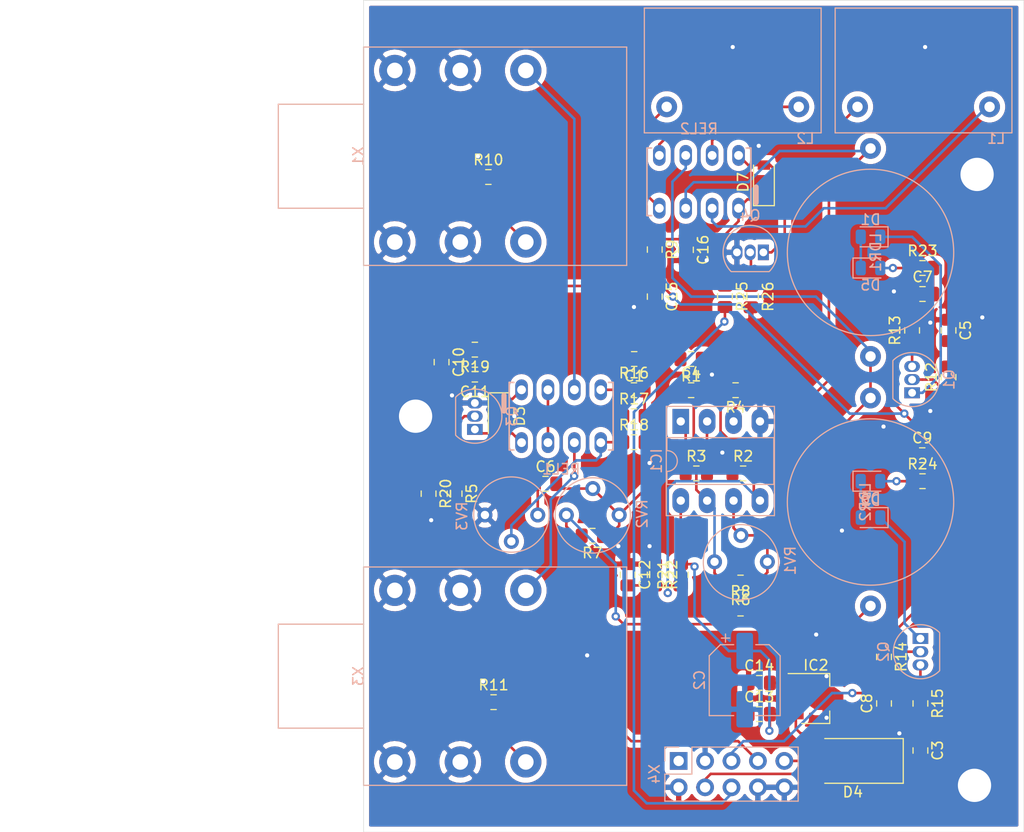
<source format=kicad_pcb>
(kicad_pcb (version 20171130) (host pcbnew 5.1.5)
  (layers (0 F.Cu signal) (31 B.Cu signal) (34 B.Paste user) (35 F.Paste user) (36 B.SilkS user hide) (37 F.SilkS user hide) (38 B.Mask user) (39 F.Mask user) (44 Edge.Cuts user))
  (net 0 "")
  (net 1 /Bypass/FX_Send)
  (net 2 /in_dc)
  (net 3 GND)
  (net 4 /VDDa)
  (net 5 /q)
  (net 6 "Net-(C4-Pad1)")
  (net 7 /PWM_Q)
  (net 8 "Net-(C6-Pad2)")
  (net 9 "Net-(C6-Pad1)")
  (net 10 /PWM_Wah)
  (net 11 /Bypass/relais_p)
  (net 12 /Vref)
  (net 13 "Net-(D1-Pad2)")
  (net 14 "Net-(D1-Pad1)")
  (net 15 "Net-(D2-Pad2)")
  (net 16 "Net-(D2-Pad1)")
  (net 17 /Bypass/relais_n)
  (net 18 "Net-(D4-Pad2)")
  (net 19 "Net-(D5-Pad2)")
  (net 20 "Net-(D6-Pad2)")
  (net 21 "Net-(IC1-Pad3)")
  (net 22 "Net-(IC1-Pad6)")
  (net 23 "Net-(IC1-Pad2)")
  (net 24 /bypass_n)
  (net 25 "Net-(L1-Pad2)")
  (net 26 "Net-(L1-Pad1)")
  (net 27 "Net-(L2-Pad2)")
  (net 28 "Net-(L2-Pad1)")
  (net 29 /wah)
  (net 30 "Net-(Q1-Pad3)")
  (net 31 "Net-(Q1-Pad2)")
  (net 32 "Net-(Q2-Pad3)")
  (net 33 "Net-(Q2-Pad2)")
  (net 34 "Net-(R10-Pad2)")
  (net 35 "Net-(R11-Pad2)")
  (net 36 GNDA)
  (net 37 /Bypass/bypass)
  (net 38 /out)
  (net 39 /Bypass/Loop_Out)
  (net 40 /Bypass/Loop_In)
  (net 41 "Net-(Q3-Pad2)")
  (net 42 /Inductor/relais_p)
  (net 43 /Inductor/relais_n)
  (net 44 "Net-(Q4-Pad2)")
  (net 45 /Fasel)
  (net 46 /+9V)
  (module Potentiometer_THT:Potentiometer_Vishay_T7-YA_Single_Vertical (layer B.Cu) (at 133.75 124 90)
    (fp_text reference RV1 (at 0.11 7.29 90) (layer B.SilkS) (effects (justify mirror)))
    (fp_text value 470k)
    (pad 1 thru_hole circle (at 0 0 90) (size 1.44 1.44) (drill 0.8) (layers *.Cu *.Mask) (net 6 "Net-(C4-Pad1)"))
    (pad 2 thru_hole circle (at 2.54 2.54 90) (size 1.44 1.44) (drill 0.8) (layers *.Cu *.Mask) (net 22 "Net-(IC1-Pad6)"))
    (pad 3 thru_hole circle (at 0 5.08 90) (size 1.44 1.44) (drill 0.8) (layers *.Cu *.Mask) (net 22 "Net-(IC1-Pad6)"))
  )
  (module Capacitor_SMD:CP_Elec_6.3x9.9 (layer B.Cu) (at 136.652 135.382 270)
    (fp_text reference C2 (at 0 4.35 270) (layer B.SilkS) (effects (justify mirror)))
    (fp_text value "100u, 50V")
    (pad 2 smd roundrect (at 2.8 0 270) (size 3.5 1.6) (layers B.Cu B.Paste B.Mask) (roundrect_rratio 0.15625) (net 3 GND))
    (pad 1 smd roundrect (at -2.8 0 270) (size 3.5 1.6) (layers B.Cu B.Paste B.Mask) (roundrect_rratio 0.15625) (net 4 /VDDa))
  )
  (module LED_SMD:LED_0805_2012Metric (layer B.Cu) (at 148.75 119.75 180)
    (fp_text reference D2 (at 0 1.65) (layer B.SilkS) (effects (justify mirror)))
    (fp_text value LED)
    (pad 2 smd roundrect (at 0.9375 0 180) (size 0.975 1.4) (layers B.Cu B.Paste B.Mask) (net 15 "Net-(D2-Pad2)"))
    (pad 1 smd roundrect (at -0.9375 0 180) (size 0.975 1.4) (layers B.Cu B.Paste B.Mask) (net 16 "Net-(D2-Pad1)"))
  )
  (module Resistor_SMD:R_0805_2012Metric_Pad1.15x1.40mm_HandSolder (layer F.Cu) (at 108.75 117.45 270)
    (fp_text reference R5 (at 0 -1.65 90) (layer F.SilkS))
    (fp_text value 1k)
    (pad 2 smd roundrect (at 1.025 0 270) (size 1.15 1.4) (layers F.Cu F.Paste F.Mask) (roundrect_rratio 0.217391) (net 24 /bypass_n))
    (pad 1 smd roundrect (at -1.025 0 270) (size 1.15 1.4) (layers F.Cu F.Paste F.Mask) (roundrect_rratio 0.217391) (net 41 "Net-(Q3-Pad2)"))
  )
  (module Package_TO_SOT_THT:TO-92_Inline (layer B.Cu) (at 110.7 111.27 90)
    (fp_text reference Q3 (at 1.27 3.56 90) (layer B.SilkS) (effects (justify mirror)))
    (fp_text value BC547)
    (pad 1 thru_hole rect (at 0 0 90) (size 1.05 1.5) (drill 0.75) (layers *.Cu *.Mask) (net 17 /Bypass/relais_n))
    (pad 3 thru_hole oval (at 2.54 0 90) (size 1.05 1.5) (drill 0.75) (layers *.Cu *.Mask) (net 3 GND))
    (pad 2 thru_hole oval (at 1.27 0 90) (size 1.05 1.5) (drill 0.75) (layers *.Cu *.Mask) (net 41 "Net-(Q3-Pad2)"))
  )
  (module "umidi-wah:AudioJack 6.3mm Stereo" (layer B.Cu) (at 100 135 90)
    (fp_text reference X3 (at 0 -0.5 90) (layer B.SilkS) (effects (justify mirror)))
    (fp_text value AudioJack3_Switch)
    (pad T thru_hole circle (at 8.25 15.6 90) (size 3 3) (drill 1.5) (layers *.Cu *.Mask) (net 39 /Bypass/Loop_Out))
    (pad R thru_hole circle (at 8.25 9.3 90) (size 3 3) (drill 1.5) (layers *.Cu *.Mask) (net 3 GND))
    (pad S thru_hole circle (at 8.25 3 90) (size 3 3) (drill 1.5) (layers *.Cu *.Mask) (net 3 GND))
    (pad TN thru_hole circle (at -8.25 15.6 90) (size 3 3) (drill 1.5) (layers *.Cu *.Mask) (net 35 "Net-(R11-Pad2)"))
    (pad RN thru_hole circle (at -8.25 9.3 90) (size 3 3) (drill 1.5) (layers *.Cu *.Mask) (net 3 GND))
    (pad SN thru_hole circle (at -8.25 3 90) (size 3 3) (drill 1.5) (layers *.Cu *.Mask) (net 3 GND))
  )
  (module "umidi-wah:AudioJack 6.3mm Stereo" (layer B.Cu) (at 100 85 90)
    (fp_text reference X1 (at 0 -0.5 90) (layer B.SilkS) (effects (justify mirror)))
    (fp_text value AudioJack3_Switch)
    (pad T thru_hole circle (at 8.25 15.6 90) (size 3 3) (drill 1.5) (layers *.Cu *.Mask) (net 40 /Bypass/Loop_In))
    (pad R thru_hole circle (at 8.25 9.3 90) (size 3 3) (drill 1.5) (layers *.Cu *.Mask) (net 3 GND))
    (pad S thru_hole circle (at 8.25 3 90) (size 3 3) (drill 1.5) (layers *.Cu *.Mask) (net 3 GND))
    (pad TN thru_hole circle (at -8.25 15.6 90) (size 3 3) (drill 1.5) (layers *.Cu *.Mask) (net 34 "Net-(R10-Pad2)"))
    (pad RN thru_hole circle (at -8.25 9.3 90) (size 3 3) (drill 1.5) (layers *.Cu *.Mask) (net 3 GND))
    (pad SN thru_hole circle (at -8.25 3 90) (size 3 3) (drill 1.5) (layers *.Cu *.Mask) (net 3 GND))
  )
  (module Potentiometer_THT:Potentiometer_Vishay_T7-YA_Single_Vertical (layer B.Cu) (at 116.75 119.5 270)
    (fp_text reference RV3 (at 0.11 7.29 90) (layer B.SilkS) (effects (justify mirror)))
    (fp_text value 470k)
    (pad 1 thru_hole circle (at 0 0 270) (size 1.44 1.44) (drill 0.8) (layers *.Cu *.Mask) (net 9 "Net-(C6-Pad1)"))
    (pad 2 thru_hole circle (at 2.54 2.54 270) (size 1.44 1.44) (drill 0.8) (layers *.Cu *.Mask) (net 38 /out))
    (pad 3 thru_hole circle (at 0 5.08 270) (size 1.44 1.44) (drill 0.8) (layers *.Cu *.Mask) (net 3 GND))
  )
  (module Potentiometer_THT:Potentiometer_Vishay_T7-YA_Single_Vertical (layer B.Cu) (at 119.5 119.5 90)
    (fp_text reference RV2 (at 0.11 7.29 90) (layer B.SilkS) (effects (justify mirror)))
    (fp_text value 470k)
    (pad 1 thru_hole circle (at 0 0 90) (size 1.44 1.44) (drill 0.8) (layers *.Cu *.Mask) (net 29 /wah))
    (pad 2 thru_hole circle (at 2.54 2.54 90) (size 1.44 1.44) (drill 0.8) (layers *.Cu *.Mask) (net 8 "Net-(C6-Pad2)"))
    (pad 3 thru_hole circle (at 0 5.08 90) (size 1.44 1.44) (drill 0.8) (layers *.Cu *.Mask) (net 8 "Net-(C6-Pad2)"))
  )
  (module umidi-wah:Omron_G6K-2P (layer B.Cu) (at 119 110)
    (fp_text reference REL1 (at 0 5.1 180) (layer B.SilkS) (effects (justify mirror)))
    (fp_text value "Omron G6K-2P-5VCD" hide)
    (pad 8 thru_hole oval (at -3.81 2.54) (size 1.2 2) (drill 0.85) (layers *.Cu *.Mask) (net 17 /Bypass/relais_n))
    (pad 7 thru_hole oval (at -1.27 2.54) (size 1.2 2) (drill 0.85) (layers *.Cu *.Mask) (net 37 /Bypass/bypass))
    (pad 5 thru_hole oval (at 3.81 2.54) (size 1.2 2) (drill 0.85) (layers *.Cu *.Mask) (net 38 /out))
    (pad 6 thru_hole oval (at 1.27 2.54) (size 1.2 2) (drill 0.85) (layers *.Cu *.Mask) (net 39 /Bypass/Loop_Out))
    (pad 3 thru_hole oval (at 1.27 -2.54) (size 1.2 2) (drill 0.85) (layers *.Cu *.Mask) (net 40 /Bypass/Loop_In))
    (pad 4 thru_hole oval (at 3.81 -2.54) (size 1.2 2) (drill 0.85) (layers *.Cu *.Mask) (net 1 /Bypass/FX_Send))
    (pad 2 thru_hole oval (at -1.27 -2.54) (size 1.2 2) (drill 0.85) (layers *.Cu *.Mask) (net 37 /Bypass/bypass))
    (pad 1 thru_hole oval (at -3.81 -2.54) (size 1.2 2) (drill 0.85) (layers *.Cu *.Mask) (net 11 /Bypass/relais_p))
  )
  (module Resistor_SMD:R_0805_2012Metric_Pad1.15x1.40mm_HandSolder (layer F.Cu) (at 153.75 116.25)
    (fp_text reference R24 (at 0 -1.65) (layer F.SilkS))
    (fp_text value 1k)
    (pad 2 smd roundrect (at 1.025 0) (size 1.15 1.4) (layers F.Cu F.Paste F.Mask) (roundrect_rratio 0.217391) (net 46 /+9V))
    (pad 1 smd roundrect (at -1.025 0) (size 1.15 1.4) (layers F.Cu F.Paste F.Mask) (roundrect_rratio 0.217391) (net 20 "Net-(D6-Pad2)"))
  )
  (module Resistor_SMD:R_0805_2012Metric_Pad1.15x1.40mm_HandSolder (layer F.Cu) (at 153.75 95.75)
    (fp_text reference R23 (at 0 -1.65) (layer F.SilkS))
    (fp_text value 1k)
    (pad 2 smd roundrect (at 1.025 0) (size 1.15 1.4) (layers F.Cu F.Paste F.Mask) (roundrect_rratio 0.217391) (net 46 /+9V))
    (pad 1 smd roundrect (at -1.025 0) (size 1.15 1.4) (layers F.Cu F.Paste F.Mask) (roundrect_rratio 0.217391) (net 19 "Net-(D5-Pad2)"))
  )
  (module Resistor_SMD:R_0805_2012Metric_Pad1.15x1.40mm_HandSolder (layer F.Cu) (at 128 125.25 270)
    (fp_text reference R22 (at 0 -1.65 90) (layer F.SilkS))
    (fp_text value 100k)
    (pad 2 smd roundrect (at 1.025 0 270) (size 1.15 1.4) (layers F.Cu F.Paste F.Mask) (roundrect_rratio 0.217391) (net 12 /Vref))
    (pad 1 smd roundrect (at -1.025 0 270) (size 1.15 1.4) (layers F.Cu F.Paste F.Mask) (roundrect_rratio 0.217391) (net 3 GND))
  )
  (module Resistor_SMD:R_0805_2012Metric_Pad1.15x1.40mm_HandSolder (layer F.Cu) (at 130.5 125.25 90)
    (fp_text reference R21 (at 0 -1.65 90) (layer F.SilkS))
    (fp_text value 100k)
    (pad 2 smd roundrect (at 1.025 0 90) (size 1.15 1.4) (layers F.Cu F.Paste F.Mask) (roundrect_rratio 0.217391) (net 4 /VDDa))
    (pad 1 smd roundrect (at -1.025 0 90) (size 1.15 1.4) (layers F.Cu F.Paste F.Mask) (roundrect_rratio 0.217391) (net 12 /Vref))
  )
  (module Resistor_SMD:R_0805_2012Metric_Pad1.15x1.40mm_HandSolder (layer F.Cu) (at 106.25 117.45 270)
    (fp_text reference R20 (at 0 -1.65 90) (layer F.SilkS))
    (fp_text value 100M)
    (pad 2 smd roundrect (at 1.025 0 270) (size 1.15 1.4) (layers F.Cu F.Paste F.Mask) (roundrect_rratio 0.217391) (net 3 GND))
    (pad 1 smd roundrect (at -1.025 0 270) (size 1.15 1.4) (layers F.Cu F.Paste F.Mask) (roundrect_rratio 0.217391) (net 41 "Net-(Q3-Pad2)"))
  )
  (module Resistor_SMD:R_0805_2012Metric_Pad1.15x1.40mm_HandSolder (layer F.Cu) (at 110.7 103.6 180)
    (fp_text reference R19 (at 0 -1.65) (layer F.SilkS))
    (fp_text value 180)
    (pad 2 smd roundrect (at 1.025 0 180) (size 1.15 1.4) (layers F.Cu F.Paste F.Mask) (roundrect_rratio 0.217391) (net 46 /+9V))
    (pad 1 smd roundrect (at -1.025 0 180) (size 1.15 1.4) (layers F.Cu F.Paste F.Mask) (roundrect_rratio 0.217391) (net 11 /Bypass/relais_p))
  )
  (module Resistor_SMD:R_0805_2012Metric_Pad1.15x1.40mm_HandSolder (layer F.Cu) (at 126 112.5)
    (fp_text reference R18 (at 0 -1.65) (layer F.SilkS))
    (fp_text value 100M)
    (pad 2 smd roundrect (at 1.025 0) (size 1.15 1.4) (layers F.Cu F.Paste F.Mask) (roundrect_rratio 0.217391) (net 36 GNDA))
    (pad 1 smd roundrect (at -1.025 0) (size 1.15 1.4) (layers F.Cu F.Paste F.Mask) (roundrect_rratio 0.217391) (net 38 /out))
  )
  (module Resistor_SMD:R_0805_2012Metric_Pad1.15x1.40mm_HandSolder (layer F.Cu) (at 126 110)
    (fp_text reference R17 (at 0 -1.65) (layer F.SilkS))
    (fp_text value 100M)
    (pad 2 smd roundrect (at 1.025 0) (size 1.15 1.4) (layers F.Cu F.Paste F.Mask) (roundrect_rratio 0.217391) (net 36 GNDA))
    (pad 1 smd roundrect (at -1.025 0) (size 1.15 1.4) (layers F.Cu F.Paste F.Mask) (roundrect_rratio 0.217391) (net 37 /Bypass/bypass))
  )
  (module Resistor_SMD:R_0805_2012Metric_Pad1.15x1.40mm_HandSolder (layer F.Cu) (at 126 107.5)
    (fp_text reference R16 (at 0 -1.65) (layer F.SilkS))
    (fp_text value 100M)
    (pad 2 smd roundrect (at 1.025 0) (size 1.15 1.4) (layers F.Cu F.Paste F.Mask) (roundrect_rratio 0.217391) (net 36 GNDA))
    (pad 1 smd roundrect (at -1.025 0) (size 1.15 1.4) (layers F.Cu F.Paste F.Mask) (roundrect_rratio 0.217391) (net 1 /Bypass/FX_Send))
  )
  (module Resistor_SMD:R_0805_2012Metric_Pad1.15x1.40mm_HandSolder (layer F.Cu) (at 153.549 137.625 270)
    (fp_text reference R15 (at 0 -1.65 90) (layer F.SilkS))
    (fp_text value 0)
    (pad 2 smd roundrect (at 1.025 0 270) (size 1.15 1.4) (layers F.Cu F.Paste F.Mask) (roundrect_rratio 0.217391) (net 3 GND))
    (pad 1 smd roundrect (at -1.025 0 270) (size 1.15 1.4) (layers F.Cu F.Paste F.Mask) (roundrect_rratio 0.217391) (net 32 "Net-(Q2-Pad3)"))
  )
  (module Resistor_SMD:R_0805_2012Metric_Pad1.15x1.40mm_HandSolder (layer F.Cu) (at 150.049 133.15 270)
    (fp_text reference R14 (at 0 -1.65 90) (layer F.SilkS))
    (fp_text value 1k)
    (pad 2 smd roundrect (at 1.025 0 270) (size 1.15 1.4) (layers F.Cu F.Paste F.Mask) (roundrect_rratio 0.217391) (net 10 /PWM_Wah))
    (pad 1 smd roundrect (at -1.025 0 270) (size 1.15 1.4) (layers F.Cu F.Paste F.Mask) (roundrect_rratio 0.217391) (net 33 "Net-(Q2-Pad2)"))
  )
  (module Resistor_SMD:R_0805_2012Metric_Pad1.15x1.40mm_HandSolder (layer F.Cu) (at 152.75 101.75 90)
    (fp_text reference R13 (at 0 -1.65 90) (layer F.SilkS))
    (fp_text value 0)
    (pad 2 smd roundrect (at 1.025 0 90) (size 1.15 1.4) (layers F.Cu F.Paste F.Mask) (roundrect_rratio 0.217391) (net 3 GND))
    (pad 1 smd roundrect (at -1.025 0 90) (size 1.15 1.4) (layers F.Cu F.Paste F.Mask) (roundrect_rratio 0.217391) (net 30 "Net-(Q1-Pad3)"))
  )
  (module Resistor_SMD:R_0805_2012Metric_Pad1.15x1.40mm_HandSolder (layer F.Cu) (at 156.25 106.25 90)
    (fp_text reference R12 (at 0 -1.65 90) (layer F.SilkS))
    (fp_text value 1k)
    (pad 2 smd roundrect (at 1.025 0 90) (size 1.15 1.4) (layers F.Cu F.Paste F.Mask) (roundrect_rratio 0.217391) (net 7 /PWM_Q))
    (pad 1 smd roundrect (at -1.025 0 90) (size 1.15 1.4) (layers F.Cu F.Paste F.Mask) (roundrect_rratio 0.217391) (net 31 "Net-(Q1-Pad2)"))
  )
  (module Resistor_SMD:R_0805_2012Metric_Pad1.15x1.40mm_HandSolder (layer F.Cu) (at 112.5 137.5)
    (fp_text reference R11 (at 0 -1.65) (layer F.SilkS))
    (fp_text value 100M)
    (pad 2 smd roundrect (at 1.025 0) (size 1.15 1.4) (layers F.Cu F.Paste F.Mask) (roundrect_rratio 0.217391) (net 35 "Net-(R11-Pad2)"))
    (pad 1 smd roundrect (at -1.025 0) (size 1.15 1.4) (layers F.Cu F.Paste F.Mask) (roundrect_rratio 0.217391) (net 3 GND))
  )
  (module Resistor_SMD:R_0805_2012Metric_Pad1.15x1.40mm_HandSolder (layer F.Cu) (at 112 87)
    (fp_text reference R10 (at 0 -1.65) (layer F.SilkS))
    (fp_text value 100M)
    (pad 2 smd roundrect (at 1.025 0) (size 1.15 1.4) (layers F.Cu F.Paste F.Mask) (roundrect_rratio 0.217391) (net 34 "Net-(R10-Pad2)"))
    (pad 1 smd roundrect (at -1.025 0) (size 1.15 1.4) (layers F.Cu F.Paste F.Mask) (roundrect_rratio 0.217391) (net 3 GND))
  )
  (module Resistor_SMD:R_0805_2012Metric_Pad1.15x1.40mm_HandSolder (layer F.Cu) (at 136.25 128.5)
    (fp_text reference R8 (at 0 -1.65) (layer F.SilkS))
    (fp_text value 100k)
    (pad 2 smd roundrect (at 1.025 0) (size 1.15 1.4) (layers F.Cu F.Paste F.Mask) (roundrect_rratio 0.217391) (net 22 "Net-(IC1-Pad6)"))
    (pad 1 smd roundrect (at -1.025 0) (size 1.15 1.4) (layers F.Cu F.Paste F.Mask) (roundrect_rratio 0.217391) (net 29 /wah))
  )
  (module Resistor_SMD:R_0805_2012Metric_Pad1.15x1.40mm_HandSolder (layer F.Cu) (at 122 121.5 180)
    (fp_text reference R7 (at 0 -1.65) (layer F.SilkS))
    (fp_text value dnf)
    (pad 2 smd roundrect (at 1.025 0 180) (size 1.15 1.4) (layers F.Cu F.Paste F.Mask) (roundrect_rratio 0.217391) (net 29 /wah))
    (pad 1 smd roundrect (at -1.025 0 180) (size 1.15 1.4) (layers F.Cu F.Paste F.Mask) (roundrect_rratio 0.217391) (net 8 "Net-(C6-Pad2)"))
  )
  (module Resistor_SMD:R_0805_2012Metric_Pad1.15x1.40mm_HandSolder (layer F.Cu) (at 136.25 126 180)
    (fp_text reference R6 (at 0 -1.65) (layer F.SilkS))
    (fp_text value dnf)
    (pad 2 smd roundrect (at 1.025 0 180) (size 1.15 1.4) (layers F.Cu F.Paste F.Mask) (roundrect_rratio 0.217391) (net 6 "Net-(C4-Pad1)"))
    (pad 1 smd roundrect (at -1.025 0 180) (size 1.15 1.4) (layers F.Cu F.Paste F.Mask) (roundrect_rratio 0.217391) (net 22 "Net-(IC1-Pad6)"))
  )
  (module Resistor_SMD:R_0805_2012Metric_Pad1.15x1.40mm_HandSolder (layer F.Cu) (at 135.775 107.5 180)
    (fp_text reference R4 (at 0 -1.65) (layer F.SilkS))
    (fp_text value 1k)
    (pad 2 smd roundrect (at 1.025 0 180) (size 1.15 1.4) (layers F.Cu F.Paste F.Mask) (roundrect_rratio 0.217391) (net 5 /q))
    (pad 1 smd roundrect (at -1.025 0 180) (size 1.15 1.4) (layers F.Cu F.Paste F.Mask) (roundrect_rratio 0.217391) (net 21 "Net-(IC1-Pad3)"))
  )
  (module Resistor_SMD:R_0805_2012Metric_Pad1.15x1.40mm_HandSolder (layer F.Cu) (at 132 115.5)
    (fp_text reference R3 (at 0 -1.65) (layer F.SilkS))
    (fp_text value 100k)
    (pad 2 smd roundrect (at 1.025 0) (size 1.15 1.4) (layers F.Cu F.Paste F.Mask) (roundrect_rratio 0.217391) (net 23 "Net-(IC1-Pad2)"))
    (pad 1 smd roundrect (at -1.025 0) (size 1.15 1.4) (layers F.Cu F.Paste F.Mask) (roundrect_rratio 0.217391) (net 8 "Net-(C6-Pad2)"))
  )
  (module Resistor_SMD:R_0805_2012Metric_Pad1.15x1.40mm_HandSolder (layer F.Cu) (at 136.5 115.5)
    (fp_text reference R2 (at 0 -1.65) (layer F.SilkS))
    (fp_text value 1k)
    (pad 2 smd roundrect (at 1.025 0) (size 1.15 1.4) (layers F.Cu F.Paste F.Mask) (roundrect_rratio 0.217391) (net 12 /Vref))
    (pad 1 smd roundrect (at -1.025 0) (size 1.15 1.4) (layers F.Cu F.Paste F.Mask) (roundrect_rratio 0.217391) (net 23 "Net-(IC1-Pad2)"))
  )
  (module Resistor_SMD:R_0805_2012Metric_Pad1.15x1.40mm_HandSolder (layer F.Cu) (at 131.5 104.5 180)
    (fp_text reference R1 (at 0 -1.65) (layer F.SilkS))
    (fp_text value 100k)
    (pad 2 smd roundrect (at 1.025 0 180) (size 1.15 1.4) (layers F.Cu F.Paste F.Mask) (roundrect_rratio 0.217391) (net 2 /in_dc))
    (pad 1 smd roundrect (at -1.025 0 180) (size 1.15 1.4) (layers F.Cu F.Paste F.Mask) (roundrect_rratio 0.217391) (net 21 "Net-(IC1-Pad3)"))
  )
  (module Package_TO_SOT_THT:TO-92_Inline (layer B.Cu) (at 153.549 131.38 270)
    (fp_text reference Q2 (at 1.27 3.56 90) (layer B.SilkS) (effects (justify mirror)))
    (fp_text value BC547)
    (pad 1 thru_hole rect (at 0 0 270) (size 1.05 1.5) (drill 0.75) (layers *.Cu *.Mask) (net 16 "Net-(D2-Pad1)"))
    (pad 3 thru_hole oval (at 2.54 0 270) (size 1.05 1.5) (drill 0.75) (layers *.Cu *.Mask) (net 32 "Net-(Q2-Pad3)"))
    (pad 2 thru_hole oval (at 1.27 0 270) (size 1.05 1.5) (drill 0.75) (layers *.Cu *.Mask) (net 33 "Net-(Q2-Pad2)"))
  )
  (module Package_TO_SOT_THT:TO-92_Inline (layer B.Cu) (at 152.75 107.75 90)
    (fp_text reference Q1 (at 1.27 3.56 90) (layer B.SilkS) (effects (justify mirror)))
    (fp_text value BC547)
    (pad 1 thru_hole rect (at 0 0 90) (size 1.05 1.5) (drill 0.75) (layers *.Cu *.Mask) (net 14 "Net-(D1-Pad1)"))
    (pad 3 thru_hole oval (at 2.54 0 90) (size 1.05 1.5) (drill 0.75) (layers *.Cu *.Mask) (net 30 "Net-(Q1-Pad3)"))
    (pad 2 thru_hole oval (at 1.27 0 90) (size 1.05 1.5) (drill 0.75) (layers *.Cu *.Mask) (net 31 "Net-(Q1-Pad2)"))
  )
  (module "umidi-wah:LDR reverse mount" (layer B.Cu) (at 148.75 118.25 90)
    (fp_text reference LDR2 (at 0 -0.5 90) (layer B.SilkS) (effects (justify mirror)))
    (fp_text value NORPS-12)
    (pad 2 thru_hole circle (at 10 0 90) (size 2 2) (drill 1) (layers *.Cu *.Mask) (net 12 /Vref))
    (pad 1 thru_hole circle (at -10 0 90) (size 2 2) (drill 1) (layers *.Cu *.Mask) (net 29 /wah))
  )
  (module "umidi-wah:LDR reverse mount" (layer B.Cu) (at 148.75 94.25 270)
    (fp_text reference LDR1 (at 0 -0.5 90) (layer B.SilkS) (effects (justify mirror)))
    (fp_text value NORPS-12)
    (pad 2 thru_hole circle (at 10 0 270) (size 2 2) (drill 1) (layers *.Cu *.Mask) (net 12 /Vref))
    (pad 1 thru_hole circle (at -10 0 270) (size 2 2) (drill 1) (layers *.Cu *.Mask) (net 5 /q))
  )
  (module umidi-wah:Fasel (layer B.Cu) (at 135.5 80.25 180)
    (fp_text reference L2 (at -6.985 -3.04) (layer B.SilkS) (effects (justify mirror)))
    (fp_text value "Fasel Yellow")
    (pad 2 thru_hole circle (at 6.35 0 180) (size 2 2) (drill 1) (layers *.Cu *.Mask) (net 27 "Net-(L2-Pad2)"))
    (pad 1 thru_hole circle (at -6.35 0 180) (size 2 2) (drill 1) (layers *.Cu *.Mask) (net 28 "Net-(L2-Pad1)"))
  )
  (module umidi-wah:Fasel (layer B.Cu) (at 153.85 80.25 180)
    (fp_text reference L1 (at -6.985 -3.04) (layer B.SilkS) (effects (justify mirror)))
    (fp_text value "Fasel Red")
    (pad 2 thru_hole circle (at 6.35 0 180) (size 2 2) (drill 1) (layers *.Cu *.Mask) (net 25 "Net-(L1-Pad2)"))
    (pad 1 thru_hole circle (at -6.35 0 180) (size 2 2) (drill 1) (layers *.Cu *.Mask) (net 26 "Net-(L1-Pad1)"))
  )
  (module Connector_PinHeader_2.54mm:PinHeader_2x05_P2.54mm_Vertical (layer B.Cu) (at 130.302 143.15 270)
    (fp_text reference X4 (at 1.27 2.33 90) (layer B.SilkS) (effects (justify mirror)))
    (fp_text value Conn_01x10)
    (pad 10 thru_hole oval (at 2.54 -10.16 270) (size 1.7 1.7) (drill 1) (layers *.Cu *.Mask) (net 3 GND))
    (pad 9 thru_hole oval (at 0 -10.16 270) (size 1.7 1.7) (drill 1) (layers *.Cu *.Mask) (net 18 "Net-(D4-Pad2)"))
    (pad 8 thru_hole oval (at 2.54 -7.62 270) (size 1.7 1.7) (drill 1) (layers *.Cu *.Mask) (net 3 GND))
    (pad 7 thru_hole oval (at 0 -7.62 270) (size 1.7 1.7) (drill 1) (layers *.Cu *.Mask) (net 24 /bypass_n))
    (pad 6 thru_hole oval (at 2.54 -5.08 270) (size 1.7 1.7) (drill 1) (layers *.Cu *.Mask) (net 45 /Fasel))
    (pad 5 thru_hole oval (at 0 -5.08 270) (size 1.7 1.7) (drill 1) (layers *.Cu *.Mask) (net 10 /PWM_Wah))
    (pad 4 thru_hole oval (at 2.54 -2.54 270) (size 1.7 1.7) (drill 1) (layers *.Cu *.Mask) (net 7 /PWM_Q))
    (pad 3 thru_hole oval (at 0 -2.54 270) (size 1.7 1.7) (drill 1) (layers *.Cu *.Mask) (net 3 GND))
    (pad 2 thru_hole oval (at 2.54 0 270) (size 1.7 1.7) (drill 1) (layers *.Cu *.Mask) (net 3 GND))
    (pad 1 thru_hole rect (at 0 0 270) (size 1.7 1.7) (drill 1) (layers *.Cu *.Mask))
  )
  (module Package_TO_SOT_SMD:SOT-89-3 (layer F.Cu) (at 143.049 137.15)
    (fp_text reference IC2 (at 0.45 -3.2) (layer F.SilkS))
    (fp_text value L78L09_SOT89)
    (pad 2 smd trapezoid (at -0.0762 0 90) (size 1.5 1) (rect_delta 0 0.7) (layers F.Cu F.Paste F.Mask) (net 3 GND))
    (pad 2 smd rect (at 1.3335 0 270) (size 2.2 1.84) (layers F.Cu F.Paste F.Mask) (net 3 GND))
    (pad 3 smd rect (at -1.48 1.5 270) (size 1 1.5) (layers F.Cu F.Paste F.Mask) (net 4 /VDDa))
    (pad 2 smd rect (at -1.3335 0 270) (size 1 1.8) (layers F.Cu F.Paste F.Mask) (net 3 GND))
    (pad 1 smd rect (at -1.48 -1.5 270) (size 1 1.5) (layers F.Cu F.Paste F.Mask) (net 46 /+9V))
    (pad 2 smd trapezoid (at 2.667 0 270) (size 1.6 0.85) (rect_delta 0 0.6) (layers F.Cu F.Paste F.Mask) (net 3 GND))
  )
  (module Package_DIP:DIP-8_W7.62mm_Socket_LongPads (layer B.Cu) (at 130.5 110.5 270)
    (fp_text reference IC1 (at 3.81 2.33 90) (layer B.SilkS) (effects (justify mirror)))
    (fp_text value Opamp_Dual_Generic)
    (pad 8 thru_hole oval (at 7.62 0 270) (size 2.4 1.6) (drill 0.8) (layers *.Cu *.Mask) (net 4 /VDDa))
    (pad 4 thru_hole oval (at 0 -7.62 270) (size 2.4 1.6) (drill 0.8) (layers *.Cu *.Mask) (net 3 GND))
    (pad 7 thru_hole oval (at 7.62 -2.54 270) (size 2.4 1.6) (drill 0.8) (layers *.Cu *.Mask) (net 6 "Net-(C4-Pad1)"))
    (pad 3 thru_hole oval (at 0 -5.08 270) (size 2.4 1.6) (drill 0.8) (layers *.Cu *.Mask) (net 21 "Net-(IC1-Pad3)"))
    (pad 6 thru_hole oval (at 7.62 -5.08 270) (size 2.4 1.6) (drill 0.8) (layers *.Cu *.Mask) (net 22 "Net-(IC1-Pad6)"))
    (pad 2 thru_hole oval (at 0 -2.54 270) (size 2.4 1.6) (drill 0.8) (layers *.Cu *.Mask) (net 23 "Net-(IC1-Pad2)"))
    (pad 5 thru_hole oval (at 7.62 -7.62 270) (size 2.4 1.6) (drill 0.8) (layers *.Cu *.Mask) (net 12 /Vref))
    (pad 1 thru_hole rect (at 0 0 270) (size 2.4 1.6) (drill 0.8) (layers *.Cu *.Mask) (net 8 "Net-(C6-Pad2)"))
  )
  (module LED_SMD:LED_0805_2012Metric (layer B.Cu) (at 148.75 116.25)
    (fp_text reference D6 (at 0 1.65) (layer B.SilkS) (effects (justify mirror)))
    (fp_text value LED)
    (pad 2 smd roundrect (at 0.9375 0) (size 0.975 1.4) (layers B.Cu B.Paste B.Mask) (net 20 "Net-(D6-Pad2)"))
    (pad 1 smd roundrect (at -0.9375 0) (size 0.975 1.4) (layers B.Cu B.Paste B.Mask) (net 15 "Net-(D2-Pad2)"))
  )
  (module LED_SMD:LED_0805_2012Metric (layer B.Cu) (at 148.75 95.75)
    (fp_text reference D5 (at 0 1.65) (layer B.SilkS) (effects (justify mirror)))
    (fp_text value LED)
    (pad 2 smd roundrect (at 0.9375 0) (size 0.975 1.4) (layers B.Cu B.Paste B.Mask) (net 19 "Net-(D5-Pad2)"))
    (pad 1 smd roundrect (at -0.9375 0) (size 0.975 1.4) (layers B.Cu B.Paste B.Mask) (net 13 "Net-(D1-Pad2)"))
  )
  (module Diode_SMD:D_SMA-SMB_Universal_Handsoldering (layer F.Cu) (at 147.049 143.15 180)
    (fp_text reference D4 (at 0 -3) (layer F.SilkS))
    (fp_text value D)
    (pad 2 smd trapezoid (at 2.9 0) (size 3.6 1.7) (rect_delta 0.6 0) (layers F.Cu F.Paste F.Mask) (net 18 "Net-(D4-Pad2)"))
    (pad 1 smd trapezoid (at -2.9 0 180) (size 3.6 1.7) (rect_delta 0.6 0) (layers F.Cu F.Paste F.Mask) (net 4 /VDDa))
  )
  (module Diode_SMD:D_SOD-123 (layer F.Cu) (at 113 110 270)
    (fp_text reference D3 (at 0 -2 90) (layer F.SilkS))
    (fp_text value 1N4148)
    (pad 2 smd rect (at 1.65 0 270) (size 0.9 1.2) (layers F.Cu F.Paste F.Mask) (net 17 /Bypass/relais_n))
    (pad 1 smd rect (at -1.65 0 270) (size 0.9 1.2) (layers F.Cu F.Paste F.Mask) (net 11 /Bypass/relais_p))
  )
  (module LED_SMD:LED_0805_2012Metric (layer B.Cu) (at 148.75 92.75 180)
    (fp_text reference D1 (at 0 1.65) (layer B.SilkS) (effects (justify mirror)))
    (fp_text value LED)
    (pad 2 smd roundrect (at 0.9375 0 180) (size 0.975 1.4) (layers B.Cu B.Paste B.Mask) (net 13 "Net-(D1-Pad2)"))
    (pad 1 smd roundrect (at -0.9375 0 180) (size 0.975 1.4) (layers B.Cu B.Paste B.Mask) (net 14 "Net-(D1-Pad1)"))
  )
  (module Capacitor_SMD:C_0805_2012Metric_Pad1.15x1.40mm_HandSolder (layer F.Cu) (at 138.049 135.65)
    (fp_text reference C14 (at 0 -1.65) (layer F.SilkS))
    (fp_text value 100n)
    (pad 2 smd roundrect (at 1.025 0) (size 1.15 1.4) (layers F.Cu F.Paste F.Mask) (roundrect_rratio 0.217391) (net 46 /+9V))
    (pad 1 smd roundrect (at -1.025 0) (size 1.15 1.4) (layers F.Cu F.Paste F.Mask) (roundrect_rratio 0.217391) (net 3 GND))
  )
  (module Capacitor_SMD:C_0805_2012Metric_Pad1.15x1.40mm_HandSolder (layer F.Cu) (at 138.049 138.65)
    (fp_text reference C13 (at 0 -1.65) (layer F.SilkS))
    (fp_text value 100n)
    (pad 2 smd roundrect (at 1.025 0) (size 1.15 1.4) (layers F.Cu F.Paste F.Mask) (roundrect_rratio 0.217391) (net 4 /VDDa))
    (pad 1 smd roundrect (at -1.025 0) (size 1.15 1.4) (layers F.Cu F.Paste F.Mask) (roundrect_rratio 0.217391) (net 3 GND))
  )
  (module Capacitor_SMD:C_0805_2012Metric_Pad1.15x1.40mm_HandSolder (layer F.Cu) (at 125.4 125.25 270)
    (fp_text reference C12 (at 0 -1.65 90) (layer F.SilkS))
    (fp_text value 22u)
    (pad 2 smd roundrect (at 1.025 0 270) (size 1.15 1.4) (layers F.Cu F.Paste F.Mask) (roundrect_rratio 0.217391) (net 12 /Vref))
    (pad 1 smd roundrect (at -1.025 0 270) (size 1.15 1.4) (layers F.Cu F.Paste F.Mask) (roundrect_rratio 0.217391) (net 3 GND))
  )
  (module Capacitor_SMD:C_0805_2012Metric_Pad1.15x1.40mm_HandSolder (layer F.Cu) (at 110.7 106 180)
    (fp_text reference C11 (at 0 -1.65) (layer F.SilkS))
    (fp_text value 100n)
    (pad 2 smd roundrect (at 1.025 0 180) (size 1.15 1.4) (layers F.Cu F.Paste F.Mask) (roundrect_rratio 0.217391) (net 3 GND))
    (pad 1 smd roundrect (at -1.025 0 180) (size 1.15 1.4) (layers F.Cu F.Paste F.Mask) (roundrect_rratio 0.217391) (net 11 /Bypass/relais_p))
  )
  (module Capacitor_SMD:C_0805_2012Metric_Pad1.15x1.40mm_HandSolder (layer F.Cu) (at 107.5 104.8 270)
    (fp_text reference C10 (at 0 -1.65 90) (layer F.SilkS))
    (fp_text value 100n)
    (pad 2 smd roundrect (at 1.025 0 270) (size 1.15 1.4) (layers F.Cu F.Paste F.Mask) (roundrect_rratio 0.217391) (net 3 GND))
    (pad 1 smd roundrect (at -1.025 0 270) (size 1.15 1.4) (layers F.Cu F.Paste F.Mask) (roundrect_rratio 0.217391) (net 46 /+9V))
  )
  (module Capacitor_SMD:C_0805_2012Metric_Pad1.15x1.40mm_HandSolder (layer F.Cu) (at 153.725 113.75)
    (fp_text reference C9 (at 0 -1.65) (layer F.SilkS))
    (fp_text value 100n)
    (pad 2 smd roundrect (at 1.025 0) (size 1.15 1.4) (layers F.Cu F.Paste F.Mask) (roundrect_rratio 0.217391) (net 46 /+9V))
    (pad 1 smd roundrect (at -1.025 0) (size 1.15 1.4) (layers F.Cu F.Paste F.Mask) (roundrect_rratio 0.217391) (net 3 GND))
  )
  (module Capacitor_SMD:C_0805_2012Metric_Pad1.15x1.40mm_HandSolder (layer F.Cu) (at 150.049 137.625 90)
    (fp_text reference C8 (at 0 -1.65 90) (layer F.SilkS))
    (fp_text value 10u)
    (pad 2 smd roundrect (at 1.025 0 90) (size 1.15 1.4) (layers F.Cu F.Paste F.Mask) (roundrect_rratio 0.217391) (net 10 /PWM_Wah))
    (pad 1 smd roundrect (at -1.025 0 90) (size 1.15 1.4) (layers F.Cu F.Paste F.Mask) (roundrect_rratio 0.217391) (net 3 GND))
  )
  (module Capacitor_SMD:C_0805_2012Metric_Pad1.15x1.40mm_HandSolder (layer F.Cu) (at 153.75 98.25)
    (fp_text reference C7 (at 0 -1.65) (layer F.SilkS))
    (fp_text value 100n)
    (pad 2 smd roundrect (at 1.025 0) (size 1.15 1.4) (layers F.Cu F.Paste F.Mask) (roundrect_rratio 0.217391) (net 46 /+9V))
    (pad 1 smd roundrect (at -1.025 0) (size 1.15 1.4) (layers F.Cu F.Paste F.Mask) (roundrect_rratio 0.217391) (net 3 GND))
  )
  (module Capacitor_SMD:C_0805_2012Metric_Pad1.15x1.40mm_HandSolder (layer F.Cu) (at 117.5 116.5)
    (fp_text reference C6 (at 0 -1.65) (layer F.SilkS))
    (fp_text value 22u)
    (pad 2 smd roundrect (at 1.025 0) (size 1.15 1.4) (layers F.Cu F.Paste F.Mask) (roundrect_rratio 0.217391) (net 8 "Net-(C6-Pad2)"))
    (pad 1 smd roundrect (at -1.025 0) (size 1.15 1.4) (layers F.Cu F.Paste F.Mask) (roundrect_rratio 0.217391) (net 9 "Net-(C6-Pad1)"))
  )
  (module Capacitor_SMD:C_0805_2012Metric_Pad1.15x1.40mm_HandSolder (layer F.Cu) (at 156.25 101.75 270)
    (fp_text reference C5 (at 0 -1.65 90) (layer F.SilkS))
    (fp_text value 10u)
    (pad 2 smd roundrect (at 1.025 0 270) (size 1.15 1.4) (layers F.Cu F.Paste F.Mask) (roundrect_rratio 0.217391) (net 7 /PWM_Q))
    (pad 1 smd roundrect (at -1.025 0 270) (size 1.15 1.4) (layers F.Cu F.Paste F.Mask) (roundrect_rratio 0.217391) (net 3 GND))
  )
  (module Capacitor_SMD:C_0805_2012Metric_Pad1.15x1.40mm_HandSolder (layer F.Cu) (at 131.5 107.5)
    (fp_text reference C4 (at 0 -1.65) (layer F.SilkS))
    (fp_text value 33n)
    (pad 2 smd roundrect (at 1.025 0) (size 1.15 1.4) (layers F.Cu F.Paste F.Mask) (roundrect_rratio 0.217391) (net 5 /q))
    (pad 1 smd roundrect (at -1.025 0) (size 1.15 1.4) (layers F.Cu F.Paste F.Mask) (roundrect_rratio 0.217391) (net 6 "Net-(C4-Pad1)"))
  )
  (module Capacitor_SMD:C_0805_2012Metric_Pad1.15x1.40mm_HandSolder (layer F.Cu) (at 153.549 142.15 270)
    (fp_text reference C3 (at 0 -1.65 90) (layer F.SilkS))
    (fp_text value 100n)
    (pad 2 smd roundrect (at 1.025 0 270) (size 1.15 1.4) (layers F.Cu F.Paste F.Mask) (roundrect_rratio 0.217391) (net 4 /VDDa))
    (pad 1 smd roundrect (at -1.025 0 270) (size 1.15 1.4) (layers F.Cu F.Paste F.Mask) (roundrect_rratio 0.217391) (net 3 GND))
  )
  (module Capacitor_SMD:C_0805_2012Metric_Pad1.15x1.40mm_HandSolder (layer F.Cu) (at 126.025 104.5 180)
    (fp_text reference C1 (at 0 -1.65) (layer F.SilkS))
    (fp_text value 22u)
    (pad 2 smd roundrect (at 1.025 0 180) (size 1.15 1.4) (layers F.Cu F.Paste F.Mask) (roundrect_rratio 0.217391) (net 1 /Bypass/FX_Send))
    (pad 1 smd roundrect (at -1.025 0 180) (size 1.15 1.4) (layers F.Cu F.Paste F.Mask) (roundrect_rratio 0.217391) (net 2 /in_dc))
  )
  (module Capacitor_SMD:C_0805_2012Metric_Pad1.15x1.40mm_HandSolder (layer F.Cu) (at 128 98.5 270)
    (fp_text reference C15 (at 0 -1.65 90) (layer F.SilkS))
    (fp_text value 100n)
    (pad 2 smd roundrect (at 1.025 0 270) (size 1.15 1.4) (layers F.Cu F.Paste F.Mask) (roundrect_rratio 0.217391) (net 3 GND))
    (pad 1 smd roundrect (at -1.025 0 270) (size 1.15 1.4) (layers F.Cu F.Paste F.Mask) (roundrect_rratio 0.217391) (net 46 /+9V))
  )
  (module Capacitor_SMD:C_0805_2012Metric_Pad1.15x1.40mm_HandSolder (layer F.Cu) (at 131 94 270)
    (fp_text reference C16 (at 0 -1.65 90) (layer F.SilkS))
    (fp_text value 100n)
    (pad 1 smd roundrect (at -1.025 0 270) (size 1.15 1.4) (layers F.Cu F.Paste F.Mask) (roundrect_rratio 0.217391) (net 42 /Inductor/relais_p))
    (pad 2 smd roundrect (at 1.025 0 270) (size 1.15 1.4) (layers F.Cu F.Paste F.Mask) (roundrect_rratio 0.217391) (net 3 GND))
  )
  (module Diode_SMD:D_SOD-123 (layer F.Cu) (at 138.5 87.5 90)
    (fp_text reference D7 (at 0 -2 90) (layer F.SilkS))
    (fp_text value 1N4148)
    (pad 1 smd rect (at -1.65 0 90) (size 0.9 1.2) (layers F.Cu F.Paste F.Mask) (net 42 /Inductor/relais_p))
    (pad 2 smd rect (at 1.65 0 90) (size 0.9 1.2) (layers F.Cu F.Paste F.Mask) (net 43 /Inductor/relais_n))
  )
  (module Package_TO_SOT_THT:TO-92_Inline (layer B.Cu) (at 138.444999 94.244999 180)
    (fp_text reference Q4 (at 1.27 3.56) (layer B.SilkS) (effects (justify mirror)))
    (fp_text value BC547)
    (pad 2 thru_hole oval (at 1.27 0 180) (size 1.05 1.5) (drill 0.75) (layers *.Cu *.Mask) (net 44 "Net-(Q4-Pad2)"))
    (pad 3 thru_hole oval (at 2.54 0 180) (size 1.05 1.5) (drill 0.75) (layers *.Cu *.Mask) (net 3 GND))
    (pad 1 thru_hole rect (at 0 0 180) (size 1.05 1.5) (drill 0.75) (layers *.Cu *.Mask) (net 43 /Inductor/relais_n))
  )
  (module Resistor_SMD:R_0805_2012Metric_Pad1.15x1.40mm_HandSolder (layer F.Cu) (at 128 93.975 270)
    (fp_text reference R9 (at 0 -1.65 90) (layer F.SilkS))
    (fp_text value 180)
    (pad 2 smd roundrect (at 1.025 0 270) (size 1.15 1.4) (layers F.Cu F.Paste F.Mask) (roundrect_rratio 0.217391) (net 46 /+9V))
    (pad 1 smd roundrect (at -1.025 0 270) (size 1.15 1.4) (layers F.Cu F.Paste F.Mask) (roundrect_rratio 0.217391) (net 42 /Inductor/relais_p))
  )
  (module Resistor_SMD:R_0805_2012Metric_Pad1.15x1.40mm_HandSolder (layer F.Cu) (at 134.75 98.475 270)
    (fp_text reference R25 (at 0 -1.65 90) (layer F.SilkS))
    (fp_text value 1k)
    (pad 1 smd roundrect (at -1.025 0 270) (size 1.15 1.4) (layers F.Cu F.Paste F.Mask) (roundrect_rratio 0.217391) (net 44 "Net-(Q4-Pad2)"))
    (pad 2 smd roundrect (at 1.025 0 270) (size 1.15 1.4) (layers F.Cu F.Paste F.Mask) (roundrect_rratio 0.217391) (net 45 /Fasel))
  )
  (module Resistor_SMD:R_0805_2012Metric_Pad1.15x1.40mm_HandSolder (layer F.Cu) (at 137.25 98.5 270)
    (fp_text reference R26 (at 0 -1.65 90) (layer F.SilkS))
    (fp_text value 100M)
    (pad 1 smd roundrect (at -1.025 0 270) (size 1.15 1.4) (layers F.Cu F.Paste F.Mask) (roundrect_rratio 0.217391) (net 44 "Net-(Q4-Pad2)"))
    (pad 2 smd roundrect (at 1.025 0 270) (size 1.15 1.4) (layers F.Cu F.Paste F.Mask) (roundrect_rratio 0.217391) (net 3 GND))
  )
  (module umidi-wah:Omron_G6K-2P (layer B.Cu) (at 132.249999 87.46 180)
    (fp_text reference REL2 (at 0 5.1) (layer B.SilkS) (effects (justify mirror)))
    (fp_text value "Omron G6K-2P-5VCD" hide)
    (pad 1 thru_hole oval (at -3.81 -2.54 180) (size 1.2 2) (drill 0.85) (layers *.Cu *.Mask) (net 42 /Inductor/relais_p))
    (pad 2 thru_hole oval (at -1.27 -2.54 180) (size 1.2 2) (drill 0.85) (layers *.Cu *.Mask) (net 26 "Net-(L1-Pad1)"))
    (pad 4 thru_hole oval (at 3.81 -2.54 180) (size 1.2 2) (drill 0.85) (layers *.Cu *.Mask) (net 27 "Net-(L2-Pad2)"))
    (pad 3 thru_hole oval (at 1.27 -2.54 180) (size 1.2 2) (drill 0.85) (layers *.Cu *.Mask) (net 5 /q))
    (pad 6 thru_hole oval (at 1.27 2.54 180) (size 1.2 2) (drill 0.85) (layers *.Cu *.Mask) (net 12 /Vref))
    (pad 5 thru_hole oval (at 3.81 2.54 180) (size 1.2 2) (drill 0.85) (layers *.Cu *.Mask) (net 28 "Net-(L2-Pad1)"))
    (pad 7 thru_hole oval (at -1.27 2.54 180) (size 1.2 2) (drill 0.85) (layers *.Cu *.Mask) (net 25 "Net-(L1-Pad2)"))
    (pad 8 thru_hole oval (at -3.81 2.54 180) (size 1.2 2) (drill 0.85) (layers *.Cu *.Mask) (net 43 /Inductor/relais_n))
  )
  (gr_line (start 163.5 70.25) (end 163.5 70.25) (layer Edge.Cuts) (width 0.05))
  (gr_line (start 163.5 150) (end 100 150) (layer Edge.Cuts) (width 0.05))
  (gr_line (start 163.5 70) (end 163.5 150) (layer Edge.Cuts) (width 0.05))
  (gr_line (start 100 70) (end 163.5 70) (layer Edge.Cuts) (width 0.05))
  (gr_line (start 100 150) (end 100 70) (layer Edge.Cuts) (width 0.05))
  (segment (start 124.935 107.46) (end 124.975 107.5) (width 0.25) (layer F.Cu) (net 1))
  (segment (start 122.81 107.46) (end 124.935 107.46) (width 0.25) (layer F.Cu) (net 1))
  (segment (start 125 107.475) (end 124.975 107.5) (width 0.25) (layer F.Cu) (net 1))
  (segment (start 125 105) (end 125 107.475) (width 0.25) (layer F.Cu) (net 1))
  (segment (start 127.05 104.5) (end 130.475 104.5) (width 0.25) (layer F.Cu) (net 2))
  (via (at 105 110) (size 6) (drill 3.2) (layers F.Cu B.Cu) (net 3))
  (via (at 158.75 145.5) (size 6) (drill 3.2) (layers F.Cu B.Cu) (net 3))
  (via (at 159 86.75) (size 6) (drill 3.2) (layers F.Cu B.Cu) (net 3))
  (segment (start 107.675 106) (end 107.5 105.825) (width 0.25) (layer F.Cu) (net 3))
  (segment (start 109.675 106.7) (end 109.675 106) (width 0.25) (layer F.Cu) (net 3))
  (segment (start 110.7 108.73) (end 110.475 108.73) (width 0.25) (layer F.Cu) (net 3))
  (segment (start 105 110) (end 105 107.4) (width 0.25) (layer F.Cu) (net 3))
  (segment (start 106.195 118.42) (end 106.25 118.475) (width 0.25) (layer F.Cu) (net 3))
  (via (at 159.5 100.5) (size 0.8) (drill 0.4) (layers F.Cu B.Cu) (net 3))
  (via (at 154.5 101) (size 0.8) (drill 0.4) (layers F.Cu B.Cu) (net 3))
  (via (at 150 111) (size 0.8) (drill 0.4) (layers F.Cu B.Cu) (net 3))
  (via (at 154.5 109.5) (size 0.8) (drill 0.4) (layers F.Cu B.Cu) (net 3))
  (via (at 151.524 140.5) (size 0.8) (drill 0.4) (layers F.Cu B.Cu) (net 3))
  (via (at 144.524 135) (size 0.8) (drill 0.4) (layers F.Cu B.Cu) (net 3))
  (via (at 144.524 139) (size 0.8) (drill 0.4) (layers F.Cu B.Cu) (net 3))
  (via (at 127.5 114.5) (size 0.8) (drill 0.4) (layers F.Cu B.Cu) (net 3))
  (via (at 133.5 106) (size 0.8) (drill 0.4) (layers F.Cu B.Cu) (net 3))
  (via (at 133 95) (size 0.8) (drill 0.4) (layers F.Cu B.Cu) (net 3))
  (via (at 126 99.5) (size 0.8) (drill 0.4) (layers F.Cu B.Cu) (net 3))
  (via (at 108.5 108) (size 0.8) (drill 0.4) (layers F.Cu B.Cu) (net 3))
  (via (at 106.5 120) (size 0.8) (drill 0.4) (layers F.Cu B.Cu) (net 3))
  (via (at 127.5 122.5) (size 0.8) (drill 0.4) (layers F.Cu B.Cu) (net 3))
  (via (at 124.5 122.5) (size 0.8) (drill 0.4) (layers F.Cu B.Cu) (net 3))
  (via (at 111 85) (size 0.8) (drill 0.4) (layers F.Cu B.Cu) (net 3))
  (via (at 111.5 135.5) (size 0.8) (drill 0.4) (layers F.Cu B.Cu) (net 3))
  (via (at 121.5 133) (size 0.8) (drill 0.4) (layers F.Cu B.Cu) (net 3))
  (via (at 146 121) (size 0.8) (drill 0.4) (layers F.Cu B.Cu) (net 3))
  (via (at 151 98) (size 0.8) (drill 0.4) (layers F.Cu B.Cu) (net 3))
  (via (at 134.5 113.5) (size 0.8) (drill 0.4) (layers F.Cu B.Cu) (net 3))
  (via (at 114.5 110) (size 0.8) (drill 0.4) (layers F.Cu B.Cu) (net 3))
  (via (at 143.524 131) (size 0.8) (drill 0.4) (layers F.Cu B.Cu) (net 3))
  (via (at 135.5 74.5) (size 0.8) (drill 0.4) (layers F.Cu B.Cu) (net 3))
  (via (at 154 74.5) (size 0.8) (drill 0.4) (layers F.Cu B.Cu) (net 3))
  (via (at 138 84) (size 0.8) (drill 0.4) (layers F.Cu B.Cu) (net 3))
  (via (at 139.024 140.25) (size 0.8) (drill 0.4) (layers F.Cu B.Cu) (net 4))
  (via (at 131.826 124.46) (size 0.8) (drill 0.4) (layers F.Cu B.Cu) (net 4))
  (segment (start 139.074 138.65) (end 141.569 138.65) (width 0.25) (layer F.Cu) (net 4))
  (segment (start 149.974 143.175) (end 149.949 143.15) (width 0.25) (layer F.Cu) (net 4))
  (segment (start 153.549 143.175) (end 149.974 143.175) (width 0.25) (layer F.Cu) (net 4))
  (segment (start 139.074 138.65) (end 139.074 138.125) (width 0.25) (layer F.Cu) (net 4))
  (segment (start 130.5 121.475) (end 130.5 120) (width 0.25) (layer F.Cu) (net 4))
  (segment (start 130.5 120) (end 130.5 118.12) (width 0.25) (layer F.Cu) (net 4))
  (segment (start 149.949 143.15) (end 147.299 140.5) (width 0.25) (layer F.Cu) (net 4))
  (segment (start 147.299 140.5) (end 142.024 140.5) (width 0.25) (layer F.Cu) (net 4))
  (segment (start 141.569 140.045) (end 141.569 138.65) (width 0.25) (layer F.Cu) (net 4))
  (segment (start 142.024 140.5) (end 141.569 140.045) (width 0.25) (layer F.Cu) (net 4))
  (segment (start 139.074 140.2) (end 139.024 140.25) (width 0.25) (layer F.Cu) (net 4))
  (segment (start 139.074 138.65) (end 139.074 140.2) (width 0.25) (layer F.Cu) (net 4))
  (segment (start 138.949 140.25) (end 139.024 140.25) (width 0.25) (layer B.Cu) (net 4))
  (segment (start 130.5 121.475) (end 130.5 124.225) (width 0.25) (layer F.Cu) (net 4))
  (segment (start 138.17 132.582) (end 136.652 132.582) (width 0.25) (layer B.Cu) (net 4))
  (segment (start 139.024 140.25) (end 139.024 133.436) (width 0.25) (layer B.Cu) (net 4))
  (segment (start 139.024 133.436) (end 138.17 132.582) (width 0.25) (layer B.Cu) (net 4))
  (segment (start 131.591 124.225) (end 131.826 124.46) (width 0.25) (layer F.Cu) (net 4))
  (segment (start 130.5 124.225) (end 131.591 124.225) (width 0.25) (layer F.Cu) (net 4))
  (segment (start 131.826 129.286) (end 131.826 124.46) (width 0.25) (layer B.Cu) (net 4))
  (segment (start 136.652 132.582) (end 135.122 132.582) (width 0.25) (layer B.Cu) (net 4))
  (segment (start 135.122 132.582) (end 131.826 129.286) (width 0.25) (layer B.Cu) (net 4))
  (segment (start 134.75 107.5) (end 132.525 107.5) (width 0.25) (layer F.Cu) (net 5))
  (segment (start 140 84.5) (end 148.75 84.5) (width 0.25) (layer B.Cu) (net 5))
  (segment (start 137 87.5) (end 140 84.5) (width 0.25) (layer B.Cu) (net 5))
  (segment (start 131.75 87.5) (end 137 87.5) (width 0.25) (layer B.Cu) (net 5))
  (segment (start 130.979999 90) (end 130.979999 88.270001) (width 0.25) (layer B.Cu) (net 5))
  (segment (start 130.979999 88.270001) (end 131.75 87.5) (width 0.25) (layer B.Cu) (net 5))
  (segment (start 144.75 88.25) (end 148.75 84.25) (width 0.25) (layer F.Cu) (net 5))
  (segment (start 134.33 111.45) (end 135.02 112.14) (width 0.25) (layer F.Cu) (net 5))
  (segment (start 134.75 108.175) (end 134.75 108.5) (width 0.25) (layer F.Cu) (net 5))
  (segment (start 134.45499 107.87999) (end 134.75 108.175) (width 0.25) (layer F.Cu) (net 5))
  (segment (start 134.75 108.5) (end 134.33 108.92) (width 0.25) (layer F.Cu) (net 5))
  (segment (start 139.11 112.14) (end 144.75 106.5) (width 0.25) (layer F.Cu) (net 5))
  (segment (start 144.75 106.5) (end 144.75 88.25) (width 0.25) (layer F.Cu) (net 5))
  (segment (start 134.33 108.92) (end 134.33 111.45) (width 0.25) (layer F.Cu) (net 5))
  (segment (start 135.02 112.14) (end 139.11 112.14) (width 0.25) (layer F.Cu) (net 5))
  (segment (start 133 118.16) (end 133.04 118.12) (width 0.25) (layer F.Cu) (net 6))
  (segment (start 133 118.16) (end 133.04 118.12) (width 0.25) (layer B.Cu) (net 6))
  (segment (start 133.5 118.58) (end 133.04 118.12) (width 0.25) (layer B.Cu) (net 6))
  (segment (start 133.04 118.12) (end 133.04 118.29) (width 0.25) (layer B.Cu) (net 6))
  (segment (start 133.75 125.1) (end 133.75 125.018233) (width 0.25) (layer F.Cu) (net 6))
  (segment (start 134.65 126) (end 133.75 125.1) (width 0.25) (layer F.Cu) (net 6))
  (segment (start 133.75 125.018233) (end 133.75 124) (width 0.25) (layer F.Cu) (net 6))
  (segment (start 135.225 126) (end 134.65 126) (width 0.25) (layer F.Cu) (net 6))
  (segment (start 133.75 118.83) (end 133.04 118.12) (width 0.25) (layer B.Cu) (net 6))
  (segment (start 133.75 124) (end 133.75 118.83) (width 0.25) (layer B.Cu) (net 6))
  (segment (start 132 112.25) (end 132 117.08) (width 0.25) (layer F.Cu) (net 6))
  (segment (start 131.75 112) (end 132 112.25) (width 0.25) (layer F.Cu) (net 6))
  (segment (start 130.475 107.5) (end 131.75 108.775) (width 0.25) (layer F.Cu) (net 6))
  (segment (start 132 117.08) (end 133.04 118.12) (width 0.25) (layer F.Cu) (net 6))
  (segment (start 131.75 108.775) (end 131.75 112) (width 0.25) (layer F.Cu) (net 6))
  (segment (start 156.25 105.225) (end 156.25 102.775) (width 0.25) (layer F.Cu) (net 7))
  (segment (start 157.225 105.225) (end 156.25 105.225) (width 0.25) (layer F.Cu) (net 7))
  (segment (start 133.379 144.4) (end 141.352 144.4) (width 0.25) (layer F.Cu) (net 7))
  (segment (start 132.089 145.69) (end 133.379 144.4) (width 0.25) (layer F.Cu) (net 7))
  (segment (start 153.733 145.225) (end 158.2 140.758) (width 0.25) (layer F.Cu) (net 7))
  (segment (start 158.2 106.2) (end 157.225 105.225) (width 0.25) (layer F.Cu) (net 7))
  (segment (start 158.2 140.758) (end 158.2 106.2) (width 0.25) (layer F.Cu) (net 7))
  (segment (start 141.352 144.4) (end 142.177 145.225) (width 0.25) (layer F.Cu) (net 7))
  (segment (start 142.177 145.225) (end 153.733 145.225) (width 0.25) (layer F.Cu) (net 7))
  (segment (start 124.58 120.518233) (end 124.58 119.5) (width 0.25) (layer F.Cu) (net 8))
  (segment (start 123.6 121.5) (end 124.58 120.52) (width 0.25) (layer F.Cu) (net 8))
  (segment (start 123.025 121.5) (end 123.6 121.5) (width 0.25) (layer F.Cu) (net 8))
  (segment (start 124.58 119.5) (end 122.04 116.96) (width 0.25) (layer F.Cu) (net 8))
  (segment (start 118.565 116.46) (end 118.525 116.5) (width 0.25) (layer F.Cu) (net 8))
  (segment (start 122.04 116.96) (end 118.815 116.96) (width 0.25) (layer F.Cu) (net 8))
  (segment (start 130.975 110.975) (end 130.5 110.5) (width 0.25) (layer F.Cu) (net 8))
  (segment (start 130.975 115.75) (end 130.975 110.975) (width 0.25) (layer F.Cu) (net 8))
  (segment (start 128.58 115.5) (end 130.975 115.5) (width 0.25) (layer F.Cu) (net 8))
  (segment (start 124.58 119.5) (end 128.58 115.5) (width 0.25) (layer F.Cu) (net 8))
  (segment (start 116.5 116.525) (end 116.475 116.5) (width 0.25) (layer F.Cu) (net 9))
  (segment (start 116.75 119.5) (end 116.75 117.025) (width 0.25) (layer F.Cu) (net 9))
  (segment (start 139.074 135.65) (end 141.569 135.65) (width 0.25) (layer F.Cu) (net 46))
  (segment (start 154.775 98.25) (end 154.775 95.75) (width 0.25) (layer F.Cu) (net 46))
  (segment (start 154.75 116.225) (end 154.775 116.25) (width 0.25) (layer F.Cu) (net 46))
  (segment (start 154.75 113.75) (end 154.75 116.225) (width 0.25) (layer F.Cu) (net 46))
  (segment (start 150.9615 130.825) (end 154.775 127.0115) (width 0.25) (layer F.Cu) (net 46))
  (segment (start 154.775 116.95) (end 154.775 116.25) (width 0.25) (layer F.Cu) (net 46))
  (segment (start 141.569 135.65) (end 141.569 134.9) (width 0.25) (layer F.Cu) (net 46))
  (segment (start 141.569 134.9) (end 145.644 130.825) (width 0.25) (layer F.Cu) (net 46))
  (segment (start 145.644 130.825) (end 150.9615 130.825) (width 0.25) (layer F.Cu) (net 46))
  (segment (start 154.775 127.0115) (end 154.775 116.95) (width 0.25) (layer F.Cu) (net 46))
  (via (at 146.999 136.625) (size 0.8) (drill 0.4) (layers F.Cu B.Cu) (net 10))
  (segment (start 150.049 136.6) (end 150.049 134.175) (width 0.25) (layer F.Cu) (net 10))
  (segment (start 150.024 136.625) (end 150.049 136.6) (width 0.25) (layer F.Cu) (net 10))
  (segment (start 146.999 136.625) (end 150.024 136.625) (width 0.25) (layer F.Cu) (net 10))
  (segment (start 145.061 136.625) (end 146.999 136.625) (width 0.25) (layer B.Cu) (net 10))
  (segment (start 140.436 141.25) (end 145.061 136.625) (width 0.25) (layer B.Cu) (net 10))
  (segment (start 134.629 143.15) (end 136.529 141.25) (width 0.25) (layer B.Cu) (net 10))
  (segment (start 136.529 141.25) (end 140.436 141.25) (width 0.25) (layer B.Cu) (net 10))
  (segment (start 128 97.475) (end 128 95) (width 0.25) (layer F.Cu) (net 46))
  (segment (start 107.675 103.6) (end 107.5 103.775) (width 0.25) (layer F.Cu) (net 46))
  (segment (start 109.675 103.6) (end 107.675 103.6) (width 0.25) (layer F.Cu) (net 46))
  (segment (start 127.3 97.475) (end 128 97.475) (width 0.25) (layer F.Cu) (net 46))
  (segment (start 115.1 97.475) (end 127.3 97.475) (width 0.25) (layer F.Cu) (net 46))
  (segment (start 109.675 103.6) (end 109.675 102.9) (width 0.25) (layer F.Cu) (net 46))
  (segment (start 109.675 102.9) (end 115.1 97.475) (width 0.25) (layer F.Cu) (net 46))
  (segment (start 111.725 106) (end 111.725 103.6) (width 0.25) (layer F.Cu) (net 11))
  (segment (start 113 107.65) (end 113 108.35) (width 0.25) (layer F.Cu) (net 11))
  (segment (start 113 106.7) (end 113 107.65) (width 0.25) (layer F.Cu) (net 11))
  (segment (start 112.3 106) (end 113 106.7) (width 0.25) (layer F.Cu) (net 11))
  (segment (start 111.725 106) (end 112.3 106) (width 0.25) (layer F.Cu) (net 11))
  (segment (start 114.3 108.35) (end 115.19 107.46) (width 0.25) (layer F.Cu) (net 11))
  (segment (start 113 108.35) (end 114.3 108.35) (width 0.25) (layer F.Cu) (net 11))
  (via (at 129.25 127) (size 0.8) (drill 0.4) (layers F.Cu B.Cu) (net 12))
  (segment (start 126.1 126.275) (end 128 126.275) (width 0.25) (layer F.Cu) (net 12))
  (segment (start 125.4 126.275) (end 126.1 126.275) (width 0.25) (layer F.Cu) (net 12))
  (segment (start 129.225 126.275) (end 128 126.275) (width 0.25) (layer F.Cu) (net 12))
  (segment (start 129.225 126.275) (end 129.25 126.3) (width 0.25) (layer F.Cu) (net 12))
  (segment (start 130.5 126.275) (end 129.225 126.275) (width 0.25) (layer F.Cu) (net 12))
  (segment (start 129.25 127) (end 129.25 126.3) (width 0.25) (layer F.Cu) (net 12))
  (segment (start 138.1 115.5) (end 137.525 115.5) (width 0.25) (layer F.Cu) (net 12))
  (segment (start 138.12 115.52) (end 138.1 115.5) (width 0.25) (layer F.Cu) (net 12))
  (segment (start 137.525 117.525) (end 138.12 118.12) (width 0.25) (layer F.Cu) (net 12))
  (segment (start 137.525 115.5) (end 137.525 117.525) (width 0.25) (layer F.Cu) (net 12))
  (segment (start 130.979999 86.17) (end 129.7 87.449999) (width 0.25) (layer B.Cu) (net 12))
  (segment (start 130.979999 84.92) (end 130.979999 86.17) (width 0.25) (layer B.Cu) (net 12))
  (segment (start 129.7 87.449999) (end 129.7 96.7) (width 0.25) (layer B.Cu) (net 12))
  (segment (start 129.7 96.7) (end 131.5 98.5) (width 0.25) (layer B.Cu) (net 12))
  (segment (start 142.25 98.5) (end 142.5 98.5) (width 0.25) (layer B.Cu) (net 12))
  (segment (start 131.5 98.5) (end 142.25 98.5) (width 0.25) (layer B.Cu) (net 12))
  (segment (start 136.25 116.25) (end 138.12 118.12) (width 0.25) (layer B.Cu) (net 12))
  (segment (start 129.25 127) (end 129.25 117) (width 0.25) (layer B.Cu) (net 12))
  (segment (start 130 116.25) (end 136.25 116.25) (width 0.25) (layer B.Cu) (net 12))
  (segment (start 129.25 117) (end 130 116.25) (width 0.25) (layer B.Cu) (net 12))
  (segment (start 148.75 103.75) (end 148.75 104.25) (width 0.25) (layer B.Cu) (net 12))
  (segment (start 143.5 98.5) (end 148.75 103.75) (width 0.25) (layer B.Cu) (net 12))
  (segment (start 142.25 98.5) (end 143.5 98.5) (width 0.25) (layer B.Cu) (net 12))
  (segment (start 148.75 108.25) (end 148.75 104.25) (width 0.25) (layer F.Cu) (net 12))
  (segment (start 137.525 115.5) (end 141.5 115.5) (width 0.25) (layer F.Cu) (net 12))
  (segment (start 141.5 115.5) (end 148.75 108.25) (width 0.25) (layer F.Cu) (net 12))
  (segment (start 147.8125 95.05) (end 147.8125 92.75) (width 0.25) (layer B.Cu) (net 13))
  (segment (start 147.8125 95.75) (end 147.8125 95.05) (width 0.25) (layer B.Cu) (net 13))
  (segment (start 152.75 92.75) (end 149.6875 92.75) (width 0.25) (layer B.Cu) (net 14))
  (segment (start 155.5 106) (end 155.5 95.5) (width 0.25) (layer B.Cu) (net 14))
  (segment (start 153.75 107.75) (end 155.5 106) (width 0.25) (layer B.Cu) (net 14))
  (segment (start 155.5 95.5) (end 152.75 92.75) (width 0.25) (layer B.Cu) (net 14))
  (segment (start 152.75 107.75) (end 153.75 107.75) (width 0.25) (layer B.Cu) (net 14))
  (segment (start 147.8125 119.75) (end 147.8125 116.25) (width 0.25) (layer B.Cu) (net 15))
  (segment (start 152.025 122.0875) (end 149.6875 119.75) (width 0.25) (layer B.Cu) (net 16))
  (segment (start 152.025 129.927) (end 152.025 122.0875) (width 0.25) (layer B.Cu) (net 16))
  (segment (start 153.549 131.38) (end 153.478 131.38) (width 0.25) (layer B.Cu) (net 16))
  (segment (start 153.478 131.38) (end 152.025 129.927) (width 0.25) (layer B.Cu) (net 16))
  (segment (start 114.3 111.65) (end 115.19 112.54) (width 0.25) (layer F.Cu) (net 17))
  (segment (start 113 111.65) (end 114.3 111.65) (width 0.25) (layer F.Cu) (net 17))
  (segment (start 111.08 111.65) (end 110.7 111.27) (width 0.25) (layer F.Cu) (net 17))
  (segment (start 113 111.65) (end 111.08 111.65) (width 0.25) (layer F.Cu) (net 17))
  (segment (start 144.149 143.15) (end 139.709 143.15) (width 0.25) (layer F.Cu) (net 18))
  (via (at 150.9 95.75) (size 0.8) (drill 0.4) (layers F.Cu B.Cu) (net 19))
  (segment (start 149.6875 95.75) (end 150.9 95.75) (width 0.25) (layer B.Cu) (net 19))
  (segment (start 150.9 95.75) (end 152.725 95.75) (width 0.25) (layer F.Cu) (net 19))
  (via (at 151.25 116.25) (size 0.8) (drill 0.4) (layers F.Cu B.Cu) (net 20))
  (segment (start 149.6875 116.25) (end 151.25 116.25) (width 0.25) (layer B.Cu) (net 20))
  (segment (start 152.725 116.25) (end 151.25 116.25) (width 0.25) (layer F.Cu) (net 20))
  (segment (start 136.83 107.53) (end 136.8 107.5) (width 0.25) (layer F.Cu) (net 21))
  (segment (start 134.5 104.5) (end 133.1 104.5) (width 0.25) (layer F.Cu) (net 21))
  (segment (start 136.8 106.8) (end 134.5 104.5) (width 0.25) (layer F.Cu) (net 21))
  (segment (start 133.1 104.5) (end 132.525 104.5) (width 0.25) (layer F.Cu) (net 21))
  (segment (start 136.8 107.5) (end 136.8 106.8) (width 0.25) (layer F.Cu) (net 21))
  (segment (start 136.8 108.2) (end 136.8 107.5) (width 0.25) (layer F.Cu) (net 21))
  (segment (start 135.58 110.5) (end 135.58 109.42) (width 0.25) (layer F.Cu) (net 21))
  (segment (start 135.58 109.42) (end 136.8 108.2) (width 0.25) (layer F.Cu) (net 21))
  (segment (start 135.54 118.16) (end 135.58 118.12) (width 0.25) (layer F.Cu) (net 22))
  (segment (start 137.275 125.555) (end 137.275 126) (width 0.25) (layer F.Cu) (net 22))
  (segment (start 137.275 126.7) (end 137.275 128.5) (width 0.25) (layer F.Cu) (net 22))
  (segment (start 137.275 126) (end 137.275 126.7) (width 0.25) (layer F.Cu) (net 22))
  (segment (start 138.83 125.018233) (end 138.83 124) (width 0.25) (layer F.Cu) (net 22))
  (segment (start 138.83 125.02) (end 138.83 125.018233) (width 0.25) (layer F.Cu) (net 22))
  (segment (start 137.85 126) (end 138.83 125.02) (width 0.25) (layer F.Cu) (net 22))
  (segment (start 137.275 126) (end 137.85 126) (width 0.25) (layer F.Cu) (net 22))
  (segment (start 138.83 124) (end 138.83 122.58) (width 0.25) (layer F.Cu) (net 22))
  (segment (start 137.71 121.46) (end 136.29 121.46) (width 0.25) (layer F.Cu) (net 22))
  (segment (start 138.83 122.58) (end 137.71 121.46) (width 0.25) (layer F.Cu) (net 22))
  (segment (start 135.58 120.75) (end 136.29 121.46) (width 0.25) (layer F.Cu) (net 22))
  (segment (start 135.58 118.12) (end 135.58 120.75) (width 0.25) (layer F.Cu) (net 22))
  (segment (start 133.025 115.5) (end 135.475 115.5) (width 0.25) (layer F.Cu) (net 23))
  (segment (start 133.025 110.515) (end 133.04 110.5) (width 0.25) (layer F.Cu) (net 23))
  (segment (start 133.025 115.75) (end 133.025 110.515) (width 0.25) (layer F.Cu) (net 23))
  (segment (start 136.022 141.25) (end 137.922 143.15) (width 0.25) (layer F.Cu) (net 24))
  (segment (start 108.75 118.475) (end 108.75 121.5) (width 0.25) (layer F.Cu) (net 24))
  (segment (start 108.75 121.5) (end 112.5 125.25) (width 0.25) (layer F.Cu) (net 24))
  (segment (start 125.75 141.25) (end 136.022 141.25) (width 0.25) (layer F.Cu) (net 24))
  (segment (start 112.5 125.25) (end 112.5 128) (width 0.25) (layer F.Cu) (net 24))
  (segment (start 112.5 128) (end 125.75 141.25) (width 0.25) (layer F.Cu) (net 24))
  (segment (start 133.519999 83.480001) (end 133.519999 84.92) (width 0.25) (layer F.Cu) (net 25))
  (segment (start 134 83) (end 133.519999 83.480001) (width 0.25) (layer F.Cu) (net 25))
  (segment (start 147.5 80.25) (end 144.75 83) (width 0.25) (layer F.Cu) (net 25))
  (segment (start 144.75 83) (end 134 83) (width 0.25) (layer F.Cu) (net 25))
  (segment (start 144.25 90) (end 142.5 91.75) (width 0.25) (layer B.Cu) (net 26))
  (segment (start 134.019999 91.75) (end 133.519999 91.25) (width 0.25) (layer B.Cu) (net 26))
  (segment (start 160.2 80) (end 150.2 90) (width 0.25) (layer B.Cu) (net 26))
  (segment (start 150.2 90) (end 144.25 90) (width 0.25) (layer B.Cu) (net 26))
  (segment (start 142.5 91.75) (end 134.019999 91.75) (width 0.25) (layer B.Cu) (net 26))
  (segment (start 133.519999 91.25) (end 133.519999 90) (width 0.25) (layer B.Cu) (net 26))
  (segment (start 126.25 87.75) (end 126.25 83.15) (width 0.25) (layer F.Cu) (net 27))
  (segment (start 128.439999 90) (end 128.439999 89.939999) (width 0.25) (layer F.Cu) (net 27))
  (segment (start 128.439999 89.939999) (end 126.25 87.75) (width 0.25) (layer F.Cu) (net 27))
  (segment (start 126.25 83.15) (end 129.15 80.25) (width 0.25) (layer F.Cu) (net 27))
  (segment (start 128.439999 84.92) (end 128.439999 84.52) (width 0.25) (layer F.Cu) (net 28))
  (segment (start 140.435787 80.25) (end 140.75 80.25) (width 0.25) (layer F.Cu) (net 28))
  (segment (start 140.75 80.25) (end 141.85 80.25) (width 0.25) (layer F.Cu) (net 28))
  (segment (start 128.439999 83.865) (end 128.439999 84.92) (width 0.25) (layer F.Cu) (net 28))
  (segment (start 140.75 80.25) (end 132.054999 80.25) (width 0.25) (layer F.Cu) (net 28))
  (segment (start 132.054999 80.25) (end 128.439999 83.865) (width 0.25) (layer F.Cu) (net 28))
  (via (at 124.25 129.25) (size 0.8) (drill 0.4) (layers F.Cu B.Cu) (net 29))
  (segment (start 119.5 120.6) (end 119.5 120.518233) (width 0.25) (layer F.Cu) (net 29))
  (segment (start 120.4 121.5) (end 119.5 120.6) (width 0.25) (layer F.Cu) (net 29))
  (segment (start 119.5 120.518233) (end 119.5 119.5) (width 0.25) (layer F.Cu) (net 29))
  (segment (start 120.975 121.5) (end 120.4 121.5) (width 0.25) (layer F.Cu) (net 29))
  (segment (start 124.25 124.25) (end 119.5 119.5) (width 0.25) (layer B.Cu) (net 29))
  (segment (start 124.25 128.5) (end 124.25 124.25) (width 0.25) (layer B.Cu) (net 29))
  (segment (start 124.25 128.5) (end 124.25 129.25) (width 0.25) (layer B.Cu) (net 29))
  (segment (start 135.225 128.5) (end 135.25 128.5) (width 0.25) (layer F.Cu) (net 29))
  (segment (start 135.25 128.5) (end 135.25 130) (width 0.25) (layer F.Cu) (net 29))
  (segment (start 125 130) (end 124.25 129.25) (width 0.25) (layer F.Cu) (net 29))
  (segment (start 135.25 130) (end 125 130) (width 0.25) (layer F.Cu) (net 29))
  (segment (start 147 130) (end 135.25 130) (width 0.25) (layer F.Cu) (net 29))
  (segment (start 148.75 128.25) (end 147 130) (width 0.25) (layer F.Cu) (net 29))
  (segment (start 152.75 102.775) (end 152.75 105.21) (width 0.25) (layer F.Cu) (net 30))
  (segment (start 153.75 106.48) (end 152.75 106.48) (width 0.25) (layer F.Cu) (net 31))
  (segment (start 154.755 106.48) (end 153.75 106.48) (width 0.25) (layer F.Cu) (net 31))
  (segment (start 155.55 107.275) (end 154.755 106.48) (width 0.25) (layer F.Cu) (net 31))
  (segment (start 156.25 107.275) (end 155.55 107.275) (width 0.25) (layer F.Cu) (net 31))
  (segment (start 153.549 136.6) (end 153.549 133.92) (width 0.25) (layer F.Cu) (net 32))
  (segment (start 152.549 132.65) (end 153.549 132.65) (width 0.25) (layer F.Cu) (net 33))
  (segment (start 151.274 132.65) (end 152.549 132.65) (width 0.25) (layer F.Cu) (net 33))
  (segment (start 150.749 132.125) (end 151.274 132.65) (width 0.25) (layer F.Cu) (net 33))
  (segment (start 150.049 132.125) (end 150.749 132.125) (width 0.25) (layer F.Cu) (net 33))
  (segment (start 113.025 90.675) (end 113.025 87) (width 0.25) (layer F.Cu) (net 34))
  (segment (start 115.6 93.25) (end 113.025 90.675) (width 0.25) (layer F.Cu) (net 34))
  (segment (start 113.525 141.175) (end 113.525 141) (width 0.25) (layer F.Cu) (net 35))
  (segment (start 115.6 143.25) (end 113.525 141.175) (width 0.25) (layer F.Cu) (net 35))
  (segment (start 113.525 141) (end 113.525 137.5) (width 0.25) (layer F.Cu) (net 35))
  (segment (start 127.025 108.2) (end 127.025 110) (width 0.25) (layer F.Cu) (net 36))
  (segment (start 127.025 107.5) (end 127.025 108.2) (width 0.25) (layer F.Cu) (net 36))
  (segment (start 127.025 110) (end 127.025 112.5) (width 0.25) (layer F.Cu) (net 36))
  (segment (start 124.975 110) (end 117.8 110) (width 0.25) (layer F.Cu) (net 37))
  (segment (start 117.8 110) (end 117.75 110.05) (width 0.25) (layer F.Cu) (net 37))
  (segment (start 117.73 110.03) (end 117.73 107.46) (width 0.25) (layer F.Cu) (net 37))
  (segment (start 117.75 110.05) (end 117.73 110.03) (width 0.25) (layer F.Cu) (net 37))
  (segment (start 117.73 110.07) (end 117.73 112.54) (width 0.25) (layer F.Cu) (net 37))
  (segment (start 117.75 110.05) (end 117.73 110.07) (width 0.25) (layer F.Cu) (net 37))
  (segment (start 122.81 112.69) (end 122.81 112.54) (width 0.25) (layer F.Cu) (net 38))
  (segment (start 122.81 112.69) (end 122.81 112.54) (width 0.25) (layer B.Cu) (net 38))
  (segment (start 122.85 112.5) (end 122.81 112.54) (width 0.25) (layer F.Cu) (net 38))
  (segment (start 124.975 112.5) (end 122.85 112.5) (width 0.25) (layer F.Cu) (net 38))
  (segment (start 122.81 113.79) (end 122.81 112.54) (width 0.25) (layer B.Cu) (net 38))
  (segment (start 120.453398 114.25) (end 122.35 114.25) (width 0.25) (layer B.Cu) (net 38))
  (segment (start 122.35 114.25) (end 122.81 113.79) (width 0.25) (layer B.Cu) (net 38))
  (segment (start 114.21 120.493398) (end 120.453398 114.25) (width 0.25) (layer B.Cu) (net 38))
  (segment (start 114.21 122.04) (end 114.21 120.493398) (width 0.25) (layer B.Cu) (net 38))
  (via (at 120.25 115.75) (size 0.8) (drill 0.4) (layers F.Cu B.Cu) (net 39))
  (segment (start 120.27 115.73) (end 120.25 115.75) (width 0.25) (layer F.Cu) (net 39))
  (segment (start 120.27 112.54) (end 120.27 115.73) (width 0.25) (layer F.Cu) (net 39))
  (segment (start 120.25 115.75) (end 118 118) (width 0.25) (layer B.Cu) (net 39))
  (segment (start 118 124.35) (end 115.6 126.75) (width 0.25) (layer B.Cu) (net 39))
  (segment (start 118 118) (end 118 124.35) (width 0.25) (layer B.Cu) (net 39))
  (segment (start 120.27 81.42) (end 115.6 76.75) (width 0.25) (layer B.Cu) (net 40))
  (segment (start 120.27 107.46) (end 120.27 81.42) (width 0.25) (layer B.Cu) (net 40))
  (segment (start 106.25 116.425) (end 108.75 116.425) (width 0.25) (layer F.Cu) (net 41))
  (segment (start 109.7 110) (end 110.7 110) (width 0.25) (layer F.Cu) (net 41))
  (segment (start 108.75 110.95) (end 109.7 110) (width 0.25) (layer F.Cu) (net 41))
  (segment (start 108.75 116.425) (end 108.75 110.95) (width 0.25) (layer F.Cu) (net 41))
  (segment (start 128.025 92.975) (end 128 92.95) (width 0.25) (layer F.Cu) (net 42))
  (segment (start 131 92.975) (end 128.025 92.975) (width 0.25) (layer F.Cu) (net 42))
  (segment (start 136.059999 91.25) (end 136.059999 90) (width 0.25) (layer F.Cu) (net 42))
  (segment (start 134.334999 92.975) (end 136.059999 91.25) (width 0.25) (layer F.Cu) (net 42))
  (segment (start 131 92.975) (end 134.334999 92.975) (width 0.25) (layer F.Cu) (net 42))
  (segment (start 138.5 89.15) (end 136.909999 89.15) (width 0.25) (layer F.Cu) (net 42))
  (segment (start 136.909999 89.15) (end 136.059999 90) (width 0.25) (layer F.Cu) (net 42))
  (segment (start 136.989999 85.85) (end 136.059999 84.92) (width 0.25) (layer F.Cu) (net 43))
  (segment (start 138.5 85.85) (end 136.989999 85.85) (width 0.25) (layer F.Cu) (net 43))
  (segment (start 140.5 92.964998) (end 140.5 87.25) (width 0.25) (layer F.Cu) (net 43))
  (segment (start 139.1 85.85) (end 138.5 85.85) (width 0.25) (layer F.Cu) (net 43))
  (segment (start 140.5 87.25) (end 139.1 85.85) (width 0.25) (layer F.Cu) (net 43))
  (segment (start 138.444999 94.244999) (end 139.219999 94.244999) (width 0.25) (layer F.Cu) (net 43))
  (segment (start 139.219999 94.244999) (end 140.5 92.964998) (width 0.25) (layer F.Cu) (net 43))
  (segment (start 137.225 97.45) (end 137.25 97.475) (width 0.25) (layer F.Cu) (net 44))
  (segment (start 134.75 97.45) (end 137.225 97.45) (width 0.25) (layer F.Cu) (net 44))
  (segment (start 137.25 94.32) (end 137.174999 94.244999) (width 0.25) (layer F.Cu) (net 44))
  (segment (start 137.25 97.475) (end 137.25 94.32) (width 0.25) (layer F.Cu) (net 44))
  (segment (start 126 146) (end 126 109.6) (width 0.25) (layer B.Cu) (net 45))
  (segment (start 134.460999 147.225001) (end 127.225001 147.225001) (width 0.25) (layer B.Cu) (net 45))
  (via (at 134.7 100.9) (size 0.8) (drill 0.4) (layers F.Cu B.Cu) (net 45))
  (segment (start 135.382 146.304) (end 134.460999 147.225001) (width 0.25) (layer B.Cu) (net 45))
  (segment (start 135.382 145.69) (end 135.382 146.304) (width 0.25) (layer B.Cu) (net 45))
  (segment (start 134.75 99.5) (end 134.75 100.85) (width 0.25) (layer F.Cu) (net 45))
  (segment (start 134.75 100.85) (end 134.7 100.9) (width 0.25) (layer F.Cu) (net 45))
  (segment (start 126 109.6) (end 134.7 100.9) (width 0.25) (layer B.Cu) (net 45))
  (segment (start 127.225001 147.225001) (end 126 146) (width 0.25) (layer B.Cu) (net 45))
  (via (at 129.75 98.5) (size 0.8) (drill 0.4) (layers F.Cu B.Cu) (net 46))
  (segment (start 129.75 98.5) (end 128.725 97.475) (width 0.25) (layer F.Cu) (net 46))
  (segment (start 128.725 97.475) (end 128 97.475) (width 0.25) (layer F.Cu) (net 46))
  (via (at 151.999986 109.75) (size 0.8) (drill 0.4) (layers F.Cu B.Cu) (net 46))
  (segment (start 154.75 113.75) (end 154.75 112.500014) (width 0.25) (layer F.Cu) (net 46))
  (segment (start 154.75 112.500014) (end 152.399985 110.149999) (width 0.25) (layer F.Cu) (net 46))
  (segment (start 152.399985 110.149999) (end 151.999986 109.75) (width 0.25) (layer F.Cu) (net 46))
  (segment (start 149.561 109.75) (end 151.999986 109.75) (width 0.25) (layer B.Cu) (net 46))
  (segment (start 146.75 109.75) (end 149.561 109.75) (width 0.25) (layer B.Cu) (net 46))
  (segment (start 136.25 99.25) (end 146.75 109.75) (width 0.25) (layer B.Cu) (net 46))
  (segment (start 129.75 98.5) (end 130.5 99.25) (width 0.25) (layer B.Cu) (net 46))
  (segment (start 130.5 99.25) (end 136.25 99.25) (width 0.25) (layer B.Cu) (net 46))
  (segment (start 151.25 109.000014) (end 151.999986 109.75) (width 0.25) (layer F.Cu) (net 46))
  (segment (start 154.775 98.95) (end 154.125 99.6) (width 0.25) (layer F.Cu) (net 46))
  (segment (start 154.125 99.6) (end 151.9 99.6) (width 0.25) (layer F.Cu) (net 46))
  (segment (start 151.9 99.6) (end 151.25 100.25) (width 0.25) (layer F.Cu) (net 46))
  (segment (start 154.775 98.25) (end 154.775 98.95) (width 0.25) (layer F.Cu) (net 46))
  (segment (start 151.25 100.25) (end 151.25 109.000014) (width 0.25) (layer F.Cu) (net 46))
  (zone (net 3) (net_name GND) (layer F.Cu) (connect_pads (clearance 0.508)) (min_thickness 0.254) (fill yes (arc_segments 32) (thermal_gap 0.508) (thermal_bridge_width 0.508))
    (polygon (pts (xy 163.5 150) (xy 100 150) (xy 100 70) (xy 163.5 70)))
  )
  (zone (net 3) (net_name GND) (layer B.Cu) (connect_pads (clearance 0.508)) (min_thickness 0.254) (fill yes (arc_segments 32) (thermal_gap 0.508) (thermal_bridge_width 0.508))
    (polygon (pts (xy 163.5 150) (xy 100 150) (xy 100 70) (xy 163.5 70)))
  )
)
</source>
